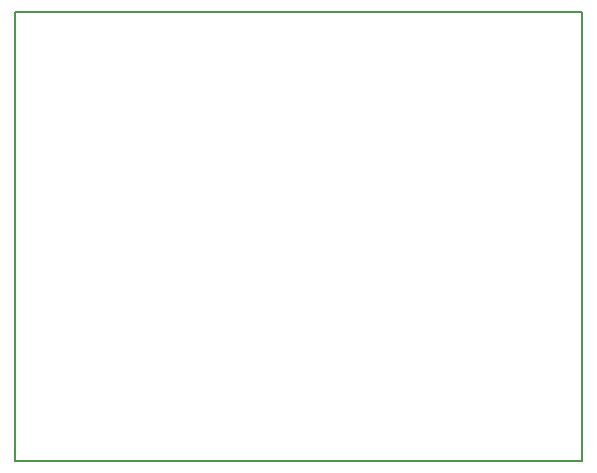
<source format=gbr>
G04 #@! TF.GenerationSoftware,KiCad,Pcbnew,5.0.0*
G04 #@! TF.CreationDate,2018-08-08T08:48:25-04:00*
G04 #@! TF.ProjectId,telegraph,74656C6567726170682E6B696361645F,rev?*
G04 #@! TF.SameCoordinates,Original*
G04 #@! TF.FileFunction,Profile,NP*
%FSLAX46Y46*%
G04 Gerber Fmt 4.6, Leading zero omitted, Abs format (unit mm)*
G04 Created by KiCad (PCBNEW 5.0.0) date Wed Aug  8 08:48:25 2018*
%MOMM*%
%LPD*%
G01*
G04 APERTURE LIST*
%ADD10C,0.150000*%
G04 APERTURE END LIST*
D10*
X101000000Y-138000000D02*
X101000000Y-100000000D01*
X149000000Y-138000000D02*
X101000000Y-138000000D01*
X149000000Y-100000000D02*
X149000000Y-138000000D01*
X101000000Y-100000000D02*
X149000000Y-100000000D01*
M02*

</source>
